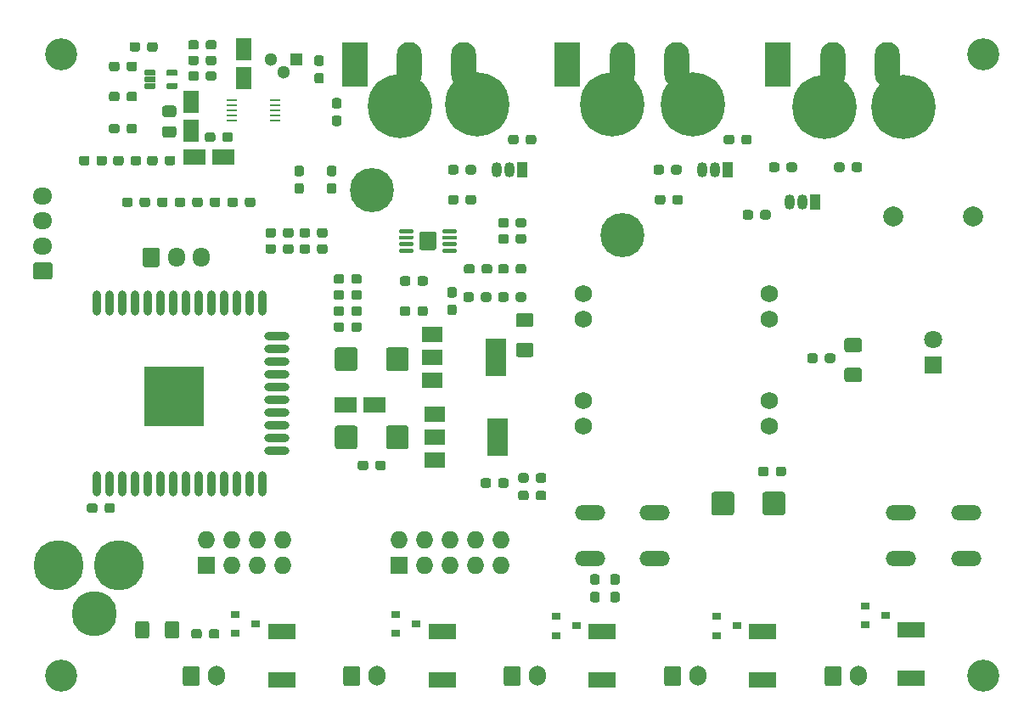
<source format=gbr>
G04 #@! TF.GenerationSoftware,KiCad,Pcbnew,5.1.9-73d0e3b20d~88~ubuntu20.04.1*
G04 #@! TF.CreationDate,2021-03-04T19:57:15+00:00*
G04 #@! TF.ProjectId,dc_load_unit,64635f6c-6f61-4645-9f75-6e69742e6b69,1.2*
G04 #@! TF.SameCoordinates,Original*
G04 #@! TF.FileFunction,Soldermask,Top*
G04 #@! TF.FilePolarity,Negative*
%FSLAX46Y46*%
G04 Gerber Fmt 4.6, Leading zero omitted, Abs format (unit mm)*
G04 Created by KiCad (PCBNEW 5.1.9-73d0e3b20d~88~ubuntu20.04.1) date 2021-03-04 19:57:15*
%MOMM*%
%LPD*%
G01*
G04 APERTURE LIST*
%ADD10C,3.200000*%
%ADD11O,1.050000X1.500000*%
%ADD12R,1.050000X1.500000*%
%ADD13C,1.727200*%
%ADD14R,1.727200X1.727200*%
%ADD15O,1.727200X1.727200*%
%ADD16R,0.900000X0.800000*%
%ADD17O,1.700000X2.000000*%
%ADD18R,6.000000X6.000000*%
%ADD19O,0.900000X2.500000*%
%ADD20O,2.500000X0.900000*%
%ADD21R,2.700000X1.500000*%
%ADD22C,1.800000*%
%ADD23R,1.800000X1.800000*%
%ADD24O,2.500000X4.500000*%
%ADD25R,2.500000X4.500000*%
%ADD26O,3.014980X1.506220*%
%ADD27R,2.000000X1.500000*%
%ADD28R,2.000000X3.800000*%
%ADD29R,1.100000X0.250000*%
%ADD30R,1.300000X1.300000*%
%ADD31C,1.300000*%
%ADD32C,0.700000*%
%ADD33C,4.400000*%
%ADD34C,0.800000*%
%ADD35C,6.400000*%
%ADD36C,4.500000*%
%ADD37C,5.000000*%
%ADD38R,2.200000X1.500000*%
%ADD39R,1.500000X2.200000*%
%ADD40O,1.700000X1.950000*%
%ADD41O,1.950000X1.700000*%
%ADD42C,2.000000*%
G04 APERTURE END LIST*
D10*
X104000000Y-65000000D03*
X104000000Y-127000000D03*
X196000000Y-127000000D03*
X196000000Y-65000000D03*
D11*
X148730000Y-76500000D03*
X147460000Y-76500000D03*
D12*
X150000000Y-76500000D03*
D13*
X174635000Y-102047500D03*
X174635000Y-99507500D03*
X174635000Y-91379500D03*
X174635000Y-88839500D03*
X156093000Y-102047500D03*
X156093000Y-99507500D03*
X156093000Y-91379500D03*
X156093000Y-88839500D03*
D14*
X118500000Y-116000000D03*
D15*
X118500000Y-113460000D03*
X121040000Y-116000000D03*
X121040000Y-113460000D03*
X123580000Y-116000000D03*
X123580000Y-113460000D03*
X126120000Y-116000000D03*
X126120000Y-113460000D03*
D16*
X186200000Y-120950000D03*
X184200000Y-121900000D03*
X184200000Y-120000000D03*
X171400000Y-122000000D03*
X169400000Y-122950000D03*
X169400000Y-121050000D03*
X155400000Y-122000000D03*
X153400000Y-122950000D03*
X153400000Y-121050000D03*
X139400000Y-121800000D03*
X137400000Y-122750000D03*
X137400000Y-120850000D03*
X123400000Y-121800000D03*
X121400000Y-122750000D03*
X121400000Y-120850000D03*
D17*
X151500000Y-127000000D03*
G36*
G01*
X148150000Y-127750000D02*
X148150000Y-126250000D01*
G75*
G02*
X148400000Y-126000000I250000J0D01*
G01*
X149600000Y-126000000D01*
G75*
G02*
X149850000Y-126250000I0J-250000D01*
G01*
X149850000Y-127750000D01*
G75*
G02*
X149600000Y-128000000I-250000J0D01*
G01*
X148400000Y-128000000D01*
G75*
G02*
X148150000Y-127750000I0J250000D01*
G01*
G37*
G36*
G01*
X157012500Y-118600000D02*
X157487500Y-118600000D01*
G75*
G02*
X157725000Y-118837500I0J-237500D01*
G01*
X157725000Y-119412500D01*
G75*
G02*
X157487500Y-119650000I-237500J0D01*
G01*
X157012500Y-119650000D01*
G75*
G02*
X156775000Y-119412500I0J237500D01*
G01*
X156775000Y-118837500D01*
G75*
G02*
X157012500Y-118600000I237500J0D01*
G01*
G37*
G36*
G01*
X157012500Y-116850000D02*
X157487500Y-116850000D01*
G75*
G02*
X157725000Y-117087500I0J-237500D01*
G01*
X157725000Y-117662500D01*
G75*
G02*
X157487500Y-117900000I-237500J0D01*
G01*
X157012500Y-117900000D01*
G75*
G02*
X156775000Y-117662500I0J237500D01*
G01*
X156775000Y-117087500D01*
G75*
G02*
X157012500Y-116850000I237500J0D01*
G01*
G37*
D18*
X115250000Y-99100000D03*
D19*
X107550000Y-107800000D03*
X108820000Y-107800000D03*
X110090000Y-107800000D03*
X111360000Y-107800000D03*
X112630000Y-107800000D03*
X113900000Y-107800000D03*
X115170000Y-107800000D03*
X116440000Y-107800000D03*
X117710000Y-107800000D03*
X118980000Y-107800000D03*
X120250000Y-107800000D03*
X121520000Y-107800000D03*
X122790000Y-107800000D03*
X124060000Y-107800000D03*
D20*
X125550000Y-104515000D03*
X125550000Y-103245000D03*
X125550000Y-101975000D03*
X125550000Y-100705000D03*
X125550000Y-99435000D03*
X125550000Y-98165000D03*
X125550000Y-96895000D03*
X125550000Y-95625000D03*
X125550000Y-94355000D03*
X125550000Y-93085000D03*
D19*
X124060000Y-89800000D03*
X122790000Y-89800000D03*
X121520000Y-89800000D03*
X120250000Y-89800000D03*
X118980000Y-89800000D03*
X117710000Y-89800000D03*
X116440000Y-89800000D03*
X115170000Y-89800000D03*
X113900000Y-89800000D03*
X112630000Y-89800000D03*
X111360000Y-89800000D03*
X110090000Y-89800000D03*
X108820000Y-89800000D03*
X107550000Y-89800000D03*
G36*
G01*
X114375000Y-123025000D02*
X114375000Y-121775000D01*
G75*
G02*
X114625000Y-121525000I250000J0D01*
G01*
X115550000Y-121525000D01*
G75*
G02*
X115800000Y-121775000I0J-250000D01*
G01*
X115800000Y-123025000D01*
G75*
G02*
X115550000Y-123275000I-250000J0D01*
G01*
X114625000Y-123275000D01*
G75*
G02*
X114375000Y-123025000I0J250000D01*
G01*
G37*
G36*
G01*
X111400000Y-123025000D02*
X111400000Y-121775000D01*
G75*
G02*
X111650000Y-121525000I250000J0D01*
G01*
X112575000Y-121525000D01*
G75*
G02*
X112825000Y-121775000I0J-250000D01*
G01*
X112825000Y-123025000D01*
G75*
G02*
X112575000Y-123275000I-250000J0D01*
G01*
X111650000Y-123275000D01*
G75*
G02*
X111400000Y-123025000I0J250000D01*
G01*
G37*
G36*
G01*
X118750000Y-123037500D02*
X118750000Y-122562500D01*
G75*
G02*
X118987500Y-122325000I237500J0D01*
G01*
X119562500Y-122325000D01*
G75*
G02*
X119800000Y-122562500I0J-237500D01*
G01*
X119800000Y-123037500D01*
G75*
G02*
X119562500Y-123275000I-237500J0D01*
G01*
X118987500Y-123275000D01*
G75*
G02*
X118750000Y-123037500I0J237500D01*
G01*
G37*
G36*
G01*
X117000000Y-123037500D02*
X117000000Y-122562500D01*
G75*
G02*
X117237500Y-122325000I237500J0D01*
G01*
X117812500Y-122325000D01*
G75*
G02*
X118050000Y-122562500I0J-237500D01*
G01*
X118050000Y-123037500D01*
G75*
G02*
X117812500Y-123275000I-237500J0D01*
G01*
X117237500Y-123275000D01*
G75*
G02*
X117000000Y-123037500I0J237500D01*
G01*
G37*
G36*
G01*
X149625000Y-93762500D02*
X150875000Y-93762500D01*
G75*
G02*
X151125000Y-94012500I0J-250000D01*
G01*
X151125000Y-94937500D01*
G75*
G02*
X150875000Y-95187500I-250000J0D01*
G01*
X149625000Y-95187500D01*
G75*
G02*
X149375000Y-94937500I0J250000D01*
G01*
X149375000Y-94012500D01*
G75*
G02*
X149625000Y-93762500I250000J0D01*
G01*
G37*
G36*
G01*
X149625000Y-90787500D02*
X150875000Y-90787500D01*
G75*
G02*
X151125000Y-91037500I0J-250000D01*
G01*
X151125000Y-91962500D01*
G75*
G02*
X150875000Y-92212500I-250000J0D01*
G01*
X149625000Y-92212500D01*
G75*
G02*
X149375000Y-91962500I0J250000D01*
G01*
X149375000Y-91037500D01*
G75*
G02*
X149625000Y-90787500I250000J0D01*
G01*
G37*
G36*
G01*
X142762500Y-89950000D02*
X143237500Y-89950000D01*
G75*
G02*
X143475000Y-90187500I0J-237500D01*
G01*
X143475000Y-90762500D01*
G75*
G02*
X143237500Y-91000000I-237500J0D01*
G01*
X142762500Y-91000000D01*
G75*
G02*
X142525000Y-90762500I0J237500D01*
G01*
X142525000Y-90187500D01*
G75*
G02*
X142762500Y-89950000I237500J0D01*
G01*
G37*
G36*
G01*
X142762500Y-88200000D02*
X143237500Y-88200000D01*
G75*
G02*
X143475000Y-88437500I0J-237500D01*
G01*
X143475000Y-89012500D01*
G75*
G02*
X143237500Y-89250000I-237500J0D01*
G01*
X142762500Y-89250000D01*
G75*
G02*
X142525000Y-89012500I0J237500D01*
G01*
X142525000Y-88437500D01*
G75*
G02*
X142762500Y-88200000I237500J0D01*
G01*
G37*
G36*
G01*
X107650000Y-110012500D02*
X107650000Y-110487500D01*
G75*
G02*
X107412500Y-110725000I-237500J0D01*
G01*
X106837500Y-110725000D01*
G75*
G02*
X106600000Y-110487500I0J237500D01*
G01*
X106600000Y-110012500D01*
G75*
G02*
X106837500Y-109775000I237500J0D01*
G01*
X107412500Y-109775000D01*
G75*
G02*
X107650000Y-110012500I0J-237500D01*
G01*
G37*
G36*
G01*
X109400000Y-110012500D02*
X109400000Y-110487500D01*
G75*
G02*
X109162500Y-110725000I-237500J0D01*
G01*
X108587500Y-110725000D01*
G75*
G02*
X108350000Y-110487500I0J237500D01*
G01*
X108350000Y-110012500D01*
G75*
G02*
X108587500Y-109775000I237500J0D01*
G01*
X109162500Y-109775000D01*
G75*
G02*
X109400000Y-110012500I0J-237500D01*
G01*
G37*
G36*
G01*
X125450000Y-84162500D02*
X125450000Y-84637500D01*
G75*
G02*
X125212500Y-84875000I-237500J0D01*
G01*
X124637500Y-84875000D01*
G75*
G02*
X124400000Y-84637500I0J237500D01*
G01*
X124400000Y-84162500D01*
G75*
G02*
X124637500Y-83925000I237500J0D01*
G01*
X125212500Y-83925000D01*
G75*
G02*
X125450000Y-84162500I0J-237500D01*
G01*
G37*
G36*
G01*
X127200000Y-84162500D02*
X127200000Y-84637500D01*
G75*
G02*
X126962500Y-84875000I-237500J0D01*
G01*
X126387500Y-84875000D01*
G75*
G02*
X126150000Y-84637500I0J237500D01*
G01*
X126150000Y-84162500D01*
G75*
G02*
X126387500Y-83925000I237500J0D01*
G01*
X126962500Y-83925000D01*
G75*
G02*
X127200000Y-84162500I0J-237500D01*
G01*
G37*
G36*
G01*
X128850000Y-84162500D02*
X128850000Y-84637500D01*
G75*
G02*
X128612500Y-84875000I-237500J0D01*
G01*
X128037500Y-84875000D01*
G75*
G02*
X127800000Y-84637500I0J237500D01*
G01*
X127800000Y-84162500D01*
G75*
G02*
X128037500Y-83925000I237500J0D01*
G01*
X128612500Y-83925000D01*
G75*
G02*
X128850000Y-84162500I0J-237500D01*
G01*
G37*
G36*
G01*
X130600000Y-84162500D02*
X130600000Y-84637500D01*
G75*
G02*
X130362500Y-84875000I-237500J0D01*
G01*
X129787500Y-84875000D01*
G75*
G02*
X129550000Y-84637500I0J237500D01*
G01*
X129550000Y-84162500D01*
G75*
G02*
X129787500Y-83925000I237500J0D01*
G01*
X130362500Y-83925000D01*
G75*
G02*
X130600000Y-84162500I0J-237500D01*
G01*
G37*
G36*
G01*
X119400000Y-73012500D02*
X119400000Y-73487500D01*
G75*
G02*
X119162500Y-73725000I-237500J0D01*
G01*
X118587500Y-73725000D01*
G75*
G02*
X118350000Y-73487500I0J237500D01*
G01*
X118350000Y-73012500D01*
G75*
G02*
X118587500Y-72775000I237500J0D01*
G01*
X119162500Y-72775000D01*
G75*
G02*
X119400000Y-73012500I0J-237500D01*
G01*
G37*
G36*
G01*
X121150000Y-73012500D02*
X121150000Y-73487500D01*
G75*
G02*
X120912500Y-73725000I-237500J0D01*
G01*
X120337500Y-73725000D01*
G75*
G02*
X120100000Y-73487500I0J237500D01*
G01*
X120100000Y-73012500D01*
G75*
G02*
X120337500Y-72775000I237500J0D01*
G01*
X120912500Y-72775000D01*
G75*
G02*
X121150000Y-73012500I0J-237500D01*
G01*
G37*
G36*
G01*
X131737500Y-70400000D02*
X131262500Y-70400000D01*
G75*
G02*
X131025000Y-70162500I0J237500D01*
G01*
X131025000Y-69587500D01*
G75*
G02*
X131262500Y-69350000I237500J0D01*
G01*
X131737500Y-69350000D01*
G75*
G02*
X131975000Y-69587500I0J-237500D01*
G01*
X131975000Y-70162500D01*
G75*
G02*
X131737500Y-70400000I-237500J0D01*
G01*
G37*
G36*
G01*
X131737500Y-72150000D02*
X131262500Y-72150000D01*
G75*
G02*
X131025000Y-71912500I0J237500D01*
G01*
X131025000Y-71337500D01*
G75*
G02*
X131262500Y-71100000I237500J0D01*
G01*
X131737500Y-71100000D01*
G75*
G02*
X131975000Y-71337500I0J-237500D01*
G01*
X131975000Y-71912500D01*
G75*
G02*
X131737500Y-72150000I-237500J0D01*
G01*
G37*
G36*
G01*
X129987500Y-66150000D02*
X129512500Y-66150000D01*
G75*
G02*
X129275000Y-65912500I0J237500D01*
G01*
X129275000Y-65337500D01*
G75*
G02*
X129512500Y-65100000I237500J0D01*
G01*
X129987500Y-65100000D01*
G75*
G02*
X130225000Y-65337500I0J-237500D01*
G01*
X130225000Y-65912500D01*
G75*
G02*
X129987500Y-66150000I-237500J0D01*
G01*
G37*
G36*
G01*
X129987500Y-67900000D02*
X129512500Y-67900000D01*
G75*
G02*
X129275000Y-67662500I0J237500D01*
G01*
X129275000Y-67087500D01*
G75*
G02*
X129512500Y-66850000I237500J0D01*
G01*
X129987500Y-66850000D01*
G75*
G02*
X130225000Y-67087500I0J-237500D01*
G01*
X130225000Y-67662500D01*
G75*
G02*
X129987500Y-67900000I-237500J0D01*
G01*
G37*
D21*
X126000000Y-122600000D03*
X126000000Y-127400000D03*
X142000000Y-122600000D03*
X142000000Y-127400000D03*
G36*
G01*
X183625000Y-94712500D02*
X182375000Y-94712500D01*
G75*
G02*
X182125000Y-94462500I0J250000D01*
G01*
X182125000Y-93537500D01*
G75*
G02*
X182375000Y-93287500I250000J0D01*
G01*
X183625000Y-93287500D01*
G75*
G02*
X183875000Y-93537500I0J-250000D01*
G01*
X183875000Y-94462500D01*
G75*
G02*
X183625000Y-94712500I-250000J0D01*
G01*
G37*
G36*
G01*
X183625000Y-97687500D02*
X182375000Y-97687500D01*
G75*
G02*
X182125000Y-97437500I0J250000D01*
G01*
X182125000Y-96512500D01*
G75*
G02*
X182375000Y-96262500I250000J0D01*
G01*
X183625000Y-96262500D01*
G75*
G02*
X183875000Y-96512500I0J-250000D01*
G01*
X183875000Y-97437500D01*
G75*
G02*
X183625000Y-97687500I-250000J0D01*
G01*
G37*
X158000000Y-122600000D03*
X158000000Y-127400000D03*
X174000000Y-122600000D03*
X174000000Y-127400000D03*
X188800000Y-122400000D03*
X188800000Y-127200000D03*
D22*
X191000000Y-93460000D03*
D23*
X191000000Y-96000000D03*
D17*
X119500000Y-127000000D03*
G36*
G01*
X116150000Y-127750000D02*
X116150000Y-126250000D01*
G75*
G02*
X116400000Y-126000000I250000J0D01*
G01*
X117600000Y-126000000D01*
G75*
G02*
X117850000Y-126250000I0J-250000D01*
G01*
X117850000Y-127750000D01*
G75*
G02*
X117600000Y-128000000I-250000J0D01*
G01*
X116400000Y-128000000D01*
G75*
G02*
X116150000Y-127750000I0J250000D01*
G01*
G37*
X135500000Y-127000000D03*
G36*
G01*
X132150000Y-127750000D02*
X132150000Y-126250000D01*
G75*
G02*
X132400000Y-126000000I250000J0D01*
G01*
X133600000Y-126000000D01*
G75*
G02*
X133850000Y-126250000I0J-250000D01*
G01*
X133850000Y-127750000D01*
G75*
G02*
X133600000Y-128000000I-250000J0D01*
G01*
X132400000Y-128000000D01*
G75*
G02*
X132150000Y-127750000I0J250000D01*
G01*
G37*
X167500000Y-127000000D03*
G36*
G01*
X164150000Y-127750000D02*
X164150000Y-126250000D01*
G75*
G02*
X164400000Y-126000000I250000J0D01*
G01*
X165600000Y-126000000D01*
G75*
G02*
X165850000Y-126250000I0J-250000D01*
G01*
X165850000Y-127750000D01*
G75*
G02*
X165600000Y-128000000I-250000J0D01*
G01*
X164400000Y-128000000D01*
G75*
G02*
X164150000Y-127750000I0J250000D01*
G01*
G37*
X183500000Y-127000000D03*
G36*
G01*
X180150000Y-127750000D02*
X180150000Y-126250000D01*
G75*
G02*
X180400000Y-126000000I250000J0D01*
G01*
X181600000Y-126000000D01*
G75*
G02*
X181850000Y-126250000I0J-250000D01*
G01*
X181850000Y-127750000D01*
G75*
G02*
X181600000Y-128000000I-250000J0D01*
G01*
X180400000Y-128000000D01*
G75*
G02*
X180150000Y-127750000I0J250000D01*
G01*
G37*
D24*
X144200000Y-66000000D03*
X138750000Y-66000000D03*
D25*
X133300000Y-66000000D03*
G36*
G01*
X150650000Y-108762500D02*
X150650000Y-109237500D01*
G75*
G02*
X150412500Y-109475000I-237500J0D01*
G01*
X149837500Y-109475000D01*
G75*
G02*
X149600000Y-109237500I0J237500D01*
G01*
X149600000Y-108762500D01*
G75*
G02*
X149837500Y-108525000I237500J0D01*
G01*
X150412500Y-108525000D01*
G75*
G02*
X150650000Y-108762500I0J-237500D01*
G01*
G37*
G36*
G01*
X152400000Y-108762500D02*
X152400000Y-109237500D01*
G75*
G02*
X152162500Y-109475000I-237500J0D01*
G01*
X151587500Y-109475000D01*
G75*
G02*
X151350000Y-109237500I0J237500D01*
G01*
X151350000Y-108762500D01*
G75*
G02*
X151587500Y-108525000I237500J0D01*
G01*
X152162500Y-108525000D01*
G75*
G02*
X152400000Y-108762500I0J-237500D01*
G01*
G37*
G36*
G01*
X135350000Y-106237500D02*
X135350000Y-105762500D01*
G75*
G02*
X135587500Y-105525000I237500J0D01*
G01*
X136162500Y-105525000D01*
G75*
G02*
X136400000Y-105762500I0J-237500D01*
G01*
X136400000Y-106237500D01*
G75*
G02*
X136162500Y-106475000I-237500J0D01*
G01*
X135587500Y-106475000D01*
G75*
G02*
X135350000Y-106237500I0J237500D01*
G01*
G37*
G36*
G01*
X133600000Y-106237500D02*
X133600000Y-105762500D01*
G75*
G02*
X133837500Y-105525000I237500J0D01*
G01*
X134412500Y-105525000D01*
G75*
G02*
X134650000Y-105762500I0J-237500D01*
G01*
X134650000Y-106237500D01*
G75*
G02*
X134412500Y-106475000I-237500J0D01*
G01*
X133837500Y-106475000D01*
G75*
G02*
X133600000Y-106237500I0J237500D01*
G01*
G37*
G36*
G01*
X159487500Y-117900000D02*
X159012500Y-117900000D01*
G75*
G02*
X158775000Y-117662500I0J237500D01*
G01*
X158775000Y-117087500D01*
G75*
G02*
X159012500Y-116850000I237500J0D01*
G01*
X159487500Y-116850000D01*
G75*
G02*
X159725000Y-117087500I0J-237500D01*
G01*
X159725000Y-117662500D01*
G75*
G02*
X159487500Y-117900000I-237500J0D01*
G01*
G37*
G36*
G01*
X159487500Y-119650000D02*
X159012500Y-119650000D01*
G75*
G02*
X158775000Y-119412500I0J237500D01*
G01*
X158775000Y-118837500D01*
G75*
G02*
X159012500Y-118600000I237500J0D01*
G01*
X159487500Y-118600000D01*
G75*
G02*
X159725000Y-118837500I0J-237500D01*
G01*
X159725000Y-119412500D01*
G75*
G02*
X159487500Y-119650000I-237500J0D01*
G01*
G37*
G36*
G01*
X125450000Y-82562500D02*
X125450000Y-83037500D01*
G75*
G02*
X125212500Y-83275000I-237500J0D01*
G01*
X124637500Y-83275000D01*
G75*
G02*
X124400000Y-83037500I0J237500D01*
G01*
X124400000Y-82562500D01*
G75*
G02*
X124637500Y-82325000I237500J0D01*
G01*
X125212500Y-82325000D01*
G75*
G02*
X125450000Y-82562500I0J-237500D01*
G01*
G37*
G36*
G01*
X127200000Y-82562500D02*
X127200000Y-83037500D01*
G75*
G02*
X126962500Y-83275000I-237500J0D01*
G01*
X126387500Y-83275000D01*
G75*
G02*
X126150000Y-83037500I0J237500D01*
G01*
X126150000Y-82562500D01*
G75*
G02*
X126387500Y-82325000I237500J0D01*
G01*
X126962500Y-82325000D01*
G75*
G02*
X127200000Y-82562500I0J-237500D01*
G01*
G37*
G36*
G01*
X128850000Y-82562500D02*
X128850000Y-83037500D01*
G75*
G02*
X128612500Y-83275000I-237500J0D01*
G01*
X128037500Y-83275000D01*
G75*
G02*
X127800000Y-83037500I0J237500D01*
G01*
X127800000Y-82562500D01*
G75*
G02*
X128037500Y-82325000I237500J0D01*
G01*
X128612500Y-82325000D01*
G75*
G02*
X128850000Y-82562500I0J-237500D01*
G01*
G37*
G36*
G01*
X130600000Y-82562500D02*
X130600000Y-83037500D01*
G75*
G02*
X130362500Y-83275000I-237500J0D01*
G01*
X129787500Y-83275000D01*
G75*
G02*
X129550000Y-83037500I0J237500D01*
G01*
X129550000Y-82562500D01*
G75*
G02*
X129787500Y-82325000I237500J0D01*
G01*
X130362500Y-82325000D01*
G75*
G02*
X130600000Y-82562500I0J-237500D01*
G01*
G37*
G36*
G01*
X145950000Y-86637500D02*
X145950000Y-86162500D01*
G75*
G02*
X146187500Y-85925000I237500J0D01*
G01*
X146762500Y-85925000D01*
G75*
G02*
X147000000Y-86162500I0J-237500D01*
G01*
X147000000Y-86637500D01*
G75*
G02*
X146762500Y-86875000I-237500J0D01*
G01*
X146187500Y-86875000D01*
G75*
G02*
X145950000Y-86637500I0J237500D01*
G01*
G37*
G36*
G01*
X144200000Y-86637500D02*
X144200000Y-86162500D01*
G75*
G02*
X144437500Y-85925000I237500J0D01*
G01*
X145012500Y-85925000D01*
G75*
G02*
X145250000Y-86162500I0J-237500D01*
G01*
X145250000Y-86637500D01*
G75*
G02*
X145012500Y-86875000I-237500J0D01*
G01*
X144437500Y-86875000D01*
G75*
G02*
X144200000Y-86637500I0J237500D01*
G01*
G37*
G36*
G01*
X149350000Y-86637500D02*
X149350000Y-86162500D01*
G75*
G02*
X149587500Y-85925000I237500J0D01*
G01*
X150162500Y-85925000D01*
G75*
G02*
X150400000Y-86162500I0J-237500D01*
G01*
X150400000Y-86637500D01*
G75*
G02*
X150162500Y-86875000I-237500J0D01*
G01*
X149587500Y-86875000D01*
G75*
G02*
X149350000Y-86637500I0J237500D01*
G01*
G37*
G36*
G01*
X147600000Y-86637500D02*
X147600000Y-86162500D01*
G75*
G02*
X147837500Y-85925000I237500J0D01*
G01*
X148412500Y-85925000D01*
G75*
G02*
X148650000Y-86162500I0J-237500D01*
G01*
X148650000Y-86637500D01*
G75*
G02*
X148412500Y-86875000I-237500J0D01*
G01*
X147837500Y-86875000D01*
G75*
G02*
X147600000Y-86637500I0J237500D01*
G01*
G37*
G36*
G01*
X179475000Y-95062500D02*
X179475000Y-95537500D01*
G75*
G02*
X179237500Y-95775000I-237500J0D01*
G01*
X178662500Y-95775000D01*
G75*
G02*
X178425000Y-95537500I0J237500D01*
G01*
X178425000Y-95062500D01*
G75*
G02*
X178662500Y-94825000I237500J0D01*
G01*
X179237500Y-94825000D01*
G75*
G02*
X179475000Y-95062500I0J-237500D01*
G01*
G37*
G36*
G01*
X181225000Y-95062500D02*
X181225000Y-95537500D01*
G75*
G02*
X180987500Y-95775000I-237500J0D01*
G01*
X180412500Y-95775000D01*
G75*
G02*
X180175000Y-95537500I0J237500D01*
G01*
X180175000Y-95062500D01*
G75*
G02*
X180412500Y-94825000I237500J0D01*
G01*
X180987500Y-94825000D01*
G75*
G02*
X181225000Y-95062500I0J-237500D01*
G01*
G37*
G36*
G01*
X132950000Y-89237500D02*
X132950000Y-88762500D01*
G75*
G02*
X133187500Y-88525000I237500J0D01*
G01*
X133762500Y-88525000D01*
G75*
G02*
X134000000Y-88762500I0J-237500D01*
G01*
X134000000Y-89237500D01*
G75*
G02*
X133762500Y-89475000I-237500J0D01*
G01*
X133187500Y-89475000D01*
G75*
G02*
X132950000Y-89237500I0J237500D01*
G01*
G37*
G36*
G01*
X131200000Y-89237500D02*
X131200000Y-88762500D01*
G75*
G02*
X131437500Y-88525000I237500J0D01*
G01*
X132012500Y-88525000D01*
G75*
G02*
X132250000Y-88762500I0J-237500D01*
G01*
X132250000Y-89237500D01*
G75*
G02*
X132012500Y-89475000I-237500J0D01*
G01*
X131437500Y-89475000D01*
G75*
G02*
X131200000Y-89237500I0J237500D01*
G01*
G37*
G36*
G01*
X132250000Y-87162500D02*
X132250000Y-87637500D01*
G75*
G02*
X132012500Y-87875000I-237500J0D01*
G01*
X131437500Y-87875000D01*
G75*
G02*
X131200000Y-87637500I0J237500D01*
G01*
X131200000Y-87162500D01*
G75*
G02*
X131437500Y-86925000I237500J0D01*
G01*
X132012500Y-86925000D01*
G75*
G02*
X132250000Y-87162500I0J-237500D01*
G01*
G37*
G36*
G01*
X134000000Y-87162500D02*
X134000000Y-87637500D01*
G75*
G02*
X133762500Y-87875000I-237500J0D01*
G01*
X133187500Y-87875000D01*
G75*
G02*
X132950000Y-87637500I0J237500D01*
G01*
X132950000Y-87162500D01*
G75*
G02*
X133187500Y-86925000I237500J0D01*
G01*
X133762500Y-86925000D01*
G75*
G02*
X134000000Y-87162500I0J-237500D01*
G01*
G37*
G36*
G01*
X118850000Y-79987500D02*
X118850000Y-79512500D01*
G75*
G02*
X119087500Y-79275000I237500J0D01*
G01*
X119662500Y-79275000D01*
G75*
G02*
X119900000Y-79512500I0J-237500D01*
G01*
X119900000Y-79987500D01*
G75*
G02*
X119662500Y-80225000I-237500J0D01*
G01*
X119087500Y-80225000D01*
G75*
G02*
X118850000Y-79987500I0J237500D01*
G01*
G37*
G36*
G01*
X117100000Y-79987500D02*
X117100000Y-79512500D01*
G75*
G02*
X117337500Y-79275000I237500J0D01*
G01*
X117912500Y-79275000D01*
G75*
G02*
X118150000Y-79512500I0J-237500D01*
G01*
X118150000Y-79987500D01*
G75*
G02*
X117912500Y-80225000I-237500J0D01*
G01*
X117337500Y-80225000D01*
G75*
G02*
X117100000Y-79987500I0J237500D01*
G01*
G37*
G36*
G01*
X122350000Y-79987500D02*
X122350000Y-79512500D01*
G75*
G02*
X122587500Y-79275000I237500J0D01*
G01*
X123162500Y-79275000D01*
G75*
G02*
X123400000Y-79512500I0J-237500D01*
G01*
X123400000Y-79987500D01*
G75*
G02*
X123162500Y-80225000I-237500J0D01*
G01*
X122587500Y-80225000D01*
G75*
G02*
X122350000Y-79987500I0J237500D01*
G01*
G37*
G36*
G01*
X120600000Y-79987500D02*
X120600000Y-79512500D01*
G75*
G02*
X120837500Y-79275000I237500J0D01*
G01*
X121412500Y-79275000D01*
G75*
G02*
X121650000Y-79512500I0J-237500D01*
G01*
X121650000Y-79987500D01*
G75*
G02*
X121412500Y-80225000I-237500J0D01*
G01*
X120837500Y-80225000D01*
G75*
G02*
X120600000Y-79987500I0J237500D01*
G01*
G37*
G36*
G01*
X127512500Y-77850000D02*
X127987500Y-77850000D01*
G75*
G02*
X128225000Y-78087500I0J-237500D01*
G01*
X128225000Y-78662500D01*
G75*
G02*
X127987500Y-78900000I-237500J0D01*
G01*
X127512500Y-78900000D01*
G75*
G02*
X127275000Y-78662500I0J237500D01*
G01*
X127275000Y-78087500D01*
G75*
G02*
X127512500Y-77850000I237500J0D01*
G01*
G37*
G36*
G01*
X127512500Y-76100000D02*
X127987500Y-76100000D01*
G75*
G02*
X128225000Y-76337500I0J-237500D01*
G01*
X128225000Y-76912500D01*
G75*
G02*
X127987500Y-77150000I-237500J0D01*
G01*
X127512500Y-77150000D01*
G75*
G02*
X127275000Y-76912500I0J237500D01*
G01*
X127275000Y-76337500D01*
G75*
G02*
X127512500Y-76100000I237500J0D01*
G01*
G37*
G36*
G01*
X130762500Y-77850000D02*
X131237500Y-77850000D01*
G75*
G02*
X131475000Y-78087500I0J-237500D01*
G01*
X131475000Y-78662500D01*
G75*
G02*
X131237500Y-78900000I-237500J0D01*
G01*
X130762500Y-78900000D01*
G75*
G02*
X130525000Y-78662500I0J237500D01*
G01*
X130525000Y-78087500D01*
G75*
G02*
X130762500Y-77850000I237500J0D01*
G01*
G37*
G36*
G01*
X130762500Y-76100000D02*
X131237500Y-76100000D01*
G75*
G02*
X131475000Y-76337500I0J-237500D01*
G01*
X131475000Y-76912500D01*
G75*
G02*
X131237500Y-77150000I-237500J0D01*
G01*
X130762500Y-77150000D01*
G75*
G02*
X130525000Y-76912500I0J237500D01*
G01*
X130525000Y-76337500D01*
G75*
G02*
X130762500Y-76100000I237500J0D01*
G01*
G37*
D26*
X163248660Y-115247900D03*
X156751340Y-115247900D03*
X163248660Y-110752100D03*
X156751340Y-110752100D03*
X187751340Y-110752100D03*
X194248660Y-110752100D03*
X187751340Y-115247900D03*
X194248660Y-115247900D03*
D27*
X141050000Y-92900000D03*
X141050000Y-97500000D03*
X141050000Y-95200000D03*
D28*
X147350000Y-95200000D03*
D27*
X141250000Y-100900000D03*
X141250000Y-105500000D03*
X141250000Y-103200000D03*
D28*
X147550000Y-103200000D03*
D29*
X121050000Y-71600000D03*
X121050000Y-71100000D03*
X121050000Y-70600000D03*
X121050000Y-70100000D03*
X121050000Y-69600000D03*
X125350000Y-69600000D03*
X125350000Y-70100000D03*
X125350000Y-70600000D03*
X125350000Y-71100000D03*
X125350000Y-71600000D03*
D30*
X127500000Y-65500000D03*
D31*
X124960000Y-65500000D03*
X126230000Y-66770000D03*
D32*
X161166726Y-81833274D03*
X160000000Y-81350000D03*
X158833274Y-81833274D03*
X158350000Y-83000000D03*
X158833274Y-84166726D03*
X160000000Y-84650000D03*
X161166726Y-84166726D03*
X161650000Y-83000000D03*
D33*
X160000000Y-83000000D03*
D34*
X139500000Y-68500000D03*
X137802944Y-67797056D03*
X136105888Y-68500000D03*
X135402944Y-70197056D03*
X136105888Y-71894112D03*
X137802944Y-72597056D03*
X139500000Y-71894112D03*
X140202944Y-70197056D03*
D35*
X137802944Y-70197056D03*
G36*
G01*
X132250000Y-91962500D02*
X132250000Y-92437500D01*
G75*
G02*
X132012500Y-92675000I-237500J0D01*
G01*
X131437500Y-92675000D01*
G75*
G02*
X131200000Y-92437500I0J237500D01*
G01*
X131200000Y-91962500D01*
G75*
G02*
X131437500Y-91725000I237500J0D01*
G01*
X132012500Y-91725000D01*
G75*
G02*
X132250000Y-91962500I0J-237500D01*
G01*
G37*
G36*
G01*
X134000000Y-91962500D02*
X134000000Y-92437500D01*
G75*
G02*
X133762500Y-92675000I-237500J0D01*
G01*
X133187500Y-92675000D01*
G75*
G02*
X132950000Y-92437500I0J237500D01*
G01*
X132950000Y-91962500D01*
G75*
G02*
X133187500Y-91725000I237500J0D01*
G01*
X133762500Y-91725000D01*
G75*
G02*
X134000000Y-91962500I0J-237500D01*
G01*
G37*
G36*
G01*
X132250000Y-90362500D02*
X132250000Y-90837500D01*
G75*
G02*
X132012500Y-91075000I-237500J0D01*
G01*
X131437500Y-91075000D01*
G75*
G02*
X131200000Y-90837500I0J237500D01*
G01*
X131200000Y-90362500D01*
G75*
G02*
X131437500Y-90125000I237500J0D01*
G01*
X132012500Y-90125000D01*
G75*
G02*
X132250000Y-90362500I0J-237500D01*
G01*
G37*
G36*
G01*
X134000000Y-90362500D02*
X134000000Y-90837500D01*
G75*
G02*
X133762500Y-91075000I-237500J0D01*
G01*
X133187500Y-91075000D01*
G75*
G02*
X132950000Y-90837500I0J237500D01*
G01*
X132950000Y-90362500D01*
G75*
G02*
X133187500Y-90125000I237500J0D01*
G01*
X133762500Y-90125000D01*
G75*
G02*
X134000000Y-90362500I0J-237500D01*
G01*
G37*
G36*
G01*
X110550000Y-69437500D02*
X110550000Y-68962500D01*
G75*
G02*
X110787500Y-68725000I237500J0D01*
G01*
X111362500Y-68725000D01*
G75*
G02*
X111600000Y-68962500I0J-237500D01*
G01*
X111600000Y-69437500D01*
G75*
G02*
X111362500Y-69675000I-237500J0D01*
G01*
X110787500Y-69675000D01*
G75*
G02*
X110550000Y-69437500I0J237500D01*
G01*
G37*
G36*
G01*
X108800000Y-69437500D02*
X108800000Y-68962500D01*
G75*
G02*
X109037500Y-68725000I237500J0D01*
G01*
X109612500Y-68725000D01*
G75*
G02*
X109850000Y-68962500I0J-237500D01*
G01*
X109850000Y-69437500D01*
G75*
G02*
X109612500Y-69675000I-237500J0D01*
G01*
X109037500Y-69675000D01*
G75*
G02*
X108800000Y-69437500I0J237500D01*
G01*
G37*
G36*
G01*
X109850000Y-72162500D02*
X109850000Y-72637500D01*
G75*
G02*
X109612500Y-72875000I-237500J0D01*
G01*
X109037500Y-72875000D01*
G75*
G02*
X108800000Y-72637500I0J237500D01*
G01*
X108800000Y-72162500D01*
G75*
G02*
X109037500Y-71925000I237500J0D01*
G01*
X109612500Y-71925000D01*
G75*
G02*
X109850000Y-72162500I0J-237500D01*
G01*
G37*
G36*
G01*
X111600000Y-72162500D02*
X111600000Y-72637500D01*
G75*
G02*
X111362500Y-72875000I-237500J0D01*
G01*
X110787500Y-72875000D01*
G75*
G02*
X110550000Y-72637500I0J237500D01*
G01*
X110550000Y-72162500D01*
G75*
G02*
X110787500Y-71925000I237500J0D01*
G01*
X111362500Y-71925000D01*
G75*
G02*
X111600000Y-72162500I0J-237500D01*
G01*
G37*
D36*
X107300000Y-120800000D03*
D37*
X103800000Y-116000000D03*
X109800000Y-116000000D03*
G36*
G01*
X150650000Y-107012500D02*
X150650000Y-107487500D01*
G75*
G02*
X150412500Y-107725000I-237500J0D01*
G01*
X149837500Y-107725000D01*
G75*
G02*
X149600000Y-107487500I0J237500D01*
G01*
X149600000Y-107012500D01*
G75*
G02*
X149837500Y-106775000I237500J0D01*
G01*
X150412500Y-106775000D01*
G75*
G02*
X150650000Y-107012500I0J-237500D01*
G01*
G37*
G36*
G01*
X152400000Y-107012500D02*
X152400000Y-107487500D01*
G75*
G02*
X152162500Y-107725000I-237500J0D01*
G01*
X151587500Y-107725000D01*
G75*
G02*
X151350000Y-107487500I0J237500D01*
G01*
X151350000Y-107012500D01*
G75*
G02*
X151587500Y-106775000I237500J0D01*
G01*
X152162500Y-106775000D01*
G75*
G02*
X152400000Y-107012500I0J-237500D01*
G01*
G37*
G36*
G01*
X175275000Y-106837500D02*
X175275000Y-106362500D01*
G75*
G02*
X175512500Y-106125000I237500J0D01*
G01*
X176087500Y-106125000D01*
G75*
G02*
X176325000Y-106362500I0J-237500D01*
G01*
X176325000Y-106837500D01*
G75*
G02*
X176087500Y-107075000I-237500J0D01*
G01*
X175512500Y-107075000D01*
G75*
G02*
X175275000Y-106837500I0J237500D01*
G01*
G37*
G36*
G01*
X173525000Y-106837500D02*
X173525000Y-106362500D01*
G75*
G02*
X173762500Y-106125000I237500J0D01*
G01*
X174337500Y-106125000D01*
G75*
G02*
X174575000Y-106362500I0J-237500D01*
G01*
X174575000Y-106837500D01*
G75*
G02*
X174337500Y-107075000I-237500J0D01*
G01*
X173762500Y-107075000D01*
G75*
G02*
X173525000Y-106837500I0J237500D01*
G01*
G37*
G36*
G01*
X147600000Y-107987500D02*
X147600000Y-107512500D01*
G75*
G02*
X147837500Y-107275000I237500J0D01*
G01*
X148412500Y-107275000D01*
G75*
G02*
X148650000Y-107512500I0J-237500D01*
G01*
X148650000Y-107987500D01*
G75*
G02*
X148412500Y-108225000I-237500J0D01*
G01*
X147837500Y-108225000D01*
G75*
G02*
X147600000Y-107987500I0J237500D01*
G01*
G37*
G36*
G01*
X145850000Y-107987500D02*
X145850000Y-107512500D01*
G75*
G02*
X146087500Y-107275000I237500J0D01*
G01*
X146662500Y-107275000D01*
G75*
G02*
X146900000Y-107512500I0J-237500D01*
G01*
X146900000Y-107987500D01*
G75*
G02*
X146662500Y-108225000I-237500J0D01*
G01*
X146087500Y-108225000D01*
G75*
G02*
X145850000Y-107987500I0J237500D01*
G01*
G37*
G36*
G01*
X139150000Y-84475000D02*
X139150000Y-84675000D01*
G75*
G02*
X139050000Y-84775000I-100000J0D01*
G01*
X137825000Y-84775000D01*
G75*
G02*
X137725000Y-84675000I0J100000D01*
G01*
X137725000Y-84475000D01*
G75*
G02*
X137825000Y-84375000I100000J0D01*
G01*
X139050000Y-84375000D01*
G75*
G02*
X139150000Y-84475000I0J-100000D01*
G01*
G37*
G36*
G01*
X139150000Y-83825000D02*
X139150000Y-84025000D01*
G75*
G02*
X139050000Y-84125000I-100000J0D01*
G01*
X137825000Y-84125000D01*
G75*
G02*
X137725000Y-84025000I0J100000D01*
G01*
X137725000Y-83825000D01*
G75*
G02*
X137825000Y-83725000I100000J0D01*
G01*
X139050000Y-83725000D01*
G75*
G02*
X139150000Y-83825000I0J-100000D01*
G01*
G37*
G36*
G01*
X139150000Y-83175000D02*
X139150000Y-83375000D01*
G75*
G02*
X139050000Y-83475000I-100000J0D01*
G01*
X137825000Y-83475000D01*
G75*
G02*
X137725000Y-83375000I0J100000D01*
G01*
X137725000Y-83175000D01*
G75*
G02*
X137825000Y-83075000I100000J0D01*
G01*
X139050000Y-83075000D01*
G75*
G02*
X139150000Y-83175000I0J-100000D01*
G01*
G37*
G36*
G01*
X139150000Y-82525000D02*
X139150000Y-82725000D01*
G75*
G02*
X139050000Y-82825000I-100000J0D01*
G01*
X137825000Y-82825000D01*
G75*
G02*
X137725000Y-82725000I0J100000D01*
G01*
X137725000Y-82525000D01*
G75*
G02*
X137825000Y-82425000I100000J0D01*
G01*
X139050000Y-82425000D01*
G75*
G02*
X139150000Y-82525000I0J-100000D01*
G01*
G37*
G36*
G01*
X143475000Y-82525000D02*
X143475000Y-82725000D01*
G75*
G02*
X143375000Y-82825000I-100000J0D01*
G01*
X142150000Y-82825000D01*
G75*
G02*
X142050000Y-82725000I0J100000D01*
G01*
X142050000Y-82525000D01*
G75*
G02*
X142150000Y-82425000I100000J0D01*
G01*
X143375000Y-82425000D01*
G75*
G02*
X143475000Y-82525000I0J-100000D01*
G01*
G37*
G36*
G01*
X143475000Y-83175000D02*
X143475000Y-83375000D01*
G75*
G02*
X143375000Y-83475000I-100000J0D01*
G01*
X142150000Y-83475000D01*
G75*
G02*
X142050000Y-83375000I0J100000D01*
G01*
X142050000Y-83175000D01*
G75*
G02*
X142150000Y-83075000I100000J0D01*
G01*
X143375000Y-83075000D01*
G75*
G02*
X143475000Y-83175000I0J-100000D01*
G01*
G37*
G36*
G01*
X143475000Y-83825000D02*
X143475000Y-84025000D01*
G75*
G02*
X143375000Y-84125000I-100000J0D01*
G01*
X142150000Y-84125000D01*
G75*
G02*
X142050000Y-84025000I0J100000D01*
G01*
X142050000Y-83825000D01*
G75*
G02*
X142150000Y-83725000I100000J0D01*
G01*
X143375000Y-83725000D01*
G75*
G02*
X143475000Y-83825000I0J-100000D01*
G01*
G37*
G36*
G01*
X143475000Y-84475000D02*
X143475000Y-84675000D01*
G75*
G02*
X143375000Y-84775000I-100000J0D01*
G01*
X142150000Y-84775000D01*
G75*
G02*
X142050000Y-84675000I0J100000D01*
G01*
X142050000Y-84475000D01*
G75*
G02*
X142150000Y-84375000I100000J0D01*
G01*
X143375000Y-84375000D01*
G75*
G02*
X143475000Y-84475000I0J-100000D01*
G01*
G37*
G36*
G01*
X141465000Y-82925000D02*
X141465000Y-84275000D01*
G75*
G02*
X141215000Y-84525000I-250000J0D01*
G01*
X139985000Y-84525000D01*
G75*
G02*
X139735000Y-84275000I0J250000D01*
G01*
X139735000Y-82925000D01*
G75*
G02*
X139985000Y-82675000I250000J0D01*
G01*
X141215000Y-82675000D01*
G75*
G02*
X141465000Y-82925000I0J-250000D01*
G01*
G37*
G36*
G01*
X133575000Y-94474999D02*
X133575000Y-96325001D01*
G75*
G02*
X133325001Y-96575000I-249999J0D01*
G01*
X131574999Y-96575000D01*
G75*
G02*
X131325000Y-96325001I0J249999D01*
G01*
X131325000Y-94474999D01*
G75*
G02*
X131574999Y-94225000I249999J0D01*
G01*
X133325001Y-94225000D01*
G75*
G02*
X133575000Y-94474999I0J-249999D01*
G01*
G37*
G36*
G01*
X138675000Y-94474999D02*
X138675000Y-96325001D01*
G75*
G02*
X138425001Y-96575000I-249999J0D01*
G01*
X136674999Y-96575000D01*
G75*
G02*
X136425000Y-96325001I0J249999D01*
G01*
X136425000Y-94474999D01*
G75*
G02*
X136674999Y-94225000I249999J0D01*
G01*
X138425001Y-94225000D01*
G75*
G02*
X138675000Y-94474999I0J-249999D01*
G01*
G37*
G36*
G01*
X171125000Y-108874999D02*
X171125000Y-110725001D01*
G75*
G02*
X170875001Y-110975000I-249999J0D01*
G01*
X169124999Y-110975000D01*
G75*
G02*
X168875000Y-110725001I0J249999D01*
G01*
X168875000Y-108874999D01*
G75*
G02*
X169124999Y-108625000I249999J0D01*
G01*
X170875001Y-108625000D01*
G75*
G02*
X171125000Y-108874999I0J-249999D01*
G01*
G37*
G36*
G01*
X176225000Y-108874999D02*
X176225000Y-110725001D01*
G75*
G02*
X175975001Y-110975000I-249999J0D01*
G01*
X174224999Y-110975000D01*
G75*
G02*
X173975000Y-110725001I0J249999D01*
G01*
X173975000Y-108874999D01*
G75*
G02*
X174224999Y-108625000I249999J0D01*
G01*
X175975001Y-108625000D01*
G75*
G02*
X176225000Y-108874999I0J-249999D01*
G01*
G37*
G36*
G01*
X133575000Y-102274999D02*
X133575000Y-104125001D01*
G75*
G02*
X133325001Y-104375000I-249999J0D01*
G01*
X131574999Y-104375000D01*
G75*
G02*
X131325000Y-104125001I0J249999D01*
G01*
X131325000Y-102274999D01*
G75*
G02*
X131574999Y-102025000I249999J0D01*
G01*
X133325001Y-102025000D01*
G75*
G02*
X133575000Y-102274999I0J-249999D01*
G01*
G37*
G36*
G01*
X138675000Y-102274999D02*
X138675000Y-104125001D01*
G75*
G02*
X138425001Y-104375000I-249999J0D01*
G01*
X136674999Y-104375000D01*
G75*
G02*
X136425000Y-104125001I0J249999D01*
G01*
X136425000Y-102274999D01*
G75*
G02*
X136674999Y-102025000I249999J0D01*
G01*
X138425001Y-102025000D01*
G75*
G02*
X138675000Y-102274999I0J-249999D01*
G01*
G37*
G36*
G01*
X113650000Y-64012500D02*
X113650000Y-64487500D01*
G75*
G02*
X113412500Y-64725000I-237500J0D01*
G01*
X112837500Y-64725000D01*
G75*
G02*
X112600000Y-64487500I0J237500D01*
G01*
X112600000Y-64012500D01*
G75*
G02*
X112837500Y-63775000I237500J0D01*
G01*
X113412500Y-63775000D01*
G75*
G02*
X113650000Y-64012500I0J-237500D01*
G01*
G37*
G36*
G01*
X111900000Y-64012500D02*
X111900000Y-64487500D01*
G75*
G02*
X111662500Y-64725000I-237500J0D01*
G01*
X111087500Y-64725000D01*
G75*
G02*
X110850000Y-64487500I0J237500D01*
G01*
X110850000Y-64012500D01*
G75*
G02*
X111087500Y-63775000I237500J0D01*
G01*
X111662500Y-63775000D01*
G75*
G02*
X111900000Y-64012500I0J-237500D01*
G01*
G37*
D38*
X135250000Y-100000000D03*
X132350000Y-100000000D03*
X120200000Y-75250000D03*
X117300000Y-75250000D03*
D39*
X122250000Y-67400000D03*
X122250000Y-64500000D03*
X117000000Y-72650000D03*
X117000000Y-69750000D03*
D40*
X118000000Y-85250000D03*
X115500000Y-85250000D03*
G36*
G01*
X112150000Y-85975000D02*
X112150000Y-84525000D01*
G75*
G02*
X112400000Y-84275000I250000J0D01*
G01*
X113600000Y-84275000D01*
G75*
G02*
X113850000Y-84525000I0J-250000D01*
G01*
X113850000Y-85975000D01*
G75*
G02*
X113600000Y-86225000I-250000J0D01*
G01*
X112400000Y-86225000D01*
G75*
G02*
X112150000Y-85975000I0J250000D01*
G01*
G37*
D14*
X137750000Y-116000000D03*
D15*
X137750000Y-113460000D03*
X140290000Y-116000000D03*
X140290000Y-113460000D03*
X142830000Y-116000000D03*
X142830000Y-113460000D03*
X145370000Y-116000000D03*
X145370000Y-113460000D03*
X147910000Y-116000000D03*
X147910000Y-113460000D03*
G36*
G01*
X144125000Y-89437500D02*
X144125000Y-88962500D01*
G75*
G02*
X144362500Y-88725000I237500J0D01*
G01*
X144937500Y-88725000D01*
G75*
G02*
X145175000Y-88962500I0J-237500D01*
G01*
X145175000Y-89437500D01*
G75*
G02*
X144937500Y-89675000I-237500J0D01*
G01*
X144362500Y-89675000D01*
G75*
G02*
X144125000Y-89437500I0J237500D01*
G01*
G37*
G36*
G01*
X145875000Y-89437500D02*
X145875000Y-88962500D01*
G75*
G02*
X146112500Y-88725000I237500J0D01*
G01*
X146687500Y-88725000D01*
G75*
G02*
X146925000Y-88962500I0J-237500D01*
G01*
X146925000Y-89437500D01*
G75*
G02*
X146687500Y-89675000I-237500J0D01*
G01*
X146112500Y-89675000D01*
G75*
G02*
X145875000Y-89437500I0J237500D01*
G01*
G37*
G36*
G01*
X147600000Y-89437500D02*
X147600000Y-88962500D01*
G75*
G02*
X147837500Y-88725000I237500J0D01*
G01*
X148412500Y-88725000D01*
G75*
G02*
X148650000Y-88962500I0J-237500D01*
G01*
X148650000Y-89437500D01*
G75*
G02*
X148412500Y-89675000I-237500J0D01*
G01*
X147837500Y-89675000D01*
G75*
G02*
X147600000Y-89437500I0J237500D01*
G01*
G37*
G36*
G01*
X149350000Y-89437500D02*
X149350000Y-88962500D01*
G75*
G02*
X149587500Y-88725000I237500J0D01*
G01*
X150162500Y-88725000D01*
G75*
G02*
X150400000Y-88962500I0J-237500D01*
G01*
X150400000Y-89437500D01*
G75*
G02*
X150162500Y-89675000I-237500J0D01*
G01*
X149587500Y-89675000D01*
G75*
G02*
X149350000Y-89437500I0J237500D01*
G01*
G37*
G36*
G01*
X149350000Y-83637500D02*
X149350000Y-83162500D01*
G75*
G02*
X149587500Y-82925000I237500J0D01*
G01*
X150162500Y-82925000D01*
G75*
G02*
X150400000Y-83162500I0J-237500D01*
G01*
X150400000Y-83637500D01*
G75*
G02*
X150162500Y-83875000I-237500J0D01*
G01*
X149587500Y-83875000D01*
G75*
G02*
X149350000Y-83637500I0J237500D01*
G01*
G37*
G36*
G01*
X147600000Y-83637500D02*
X147600000Y-83162500D01*
G75*
G02*
X147837500Y-82925000I237500J0D01*
G01*
X148412500Y-82925000D01*
G75*
G02*
X148650000Y-83162500I0J-237500D01*
G01*
X148650000Y-83637500D01*
G75*
G02*
X148412500Y-83875000I-237500J0D01*
G01*
X147837500Y-83875000D01*
G75*
G02*
X147600000Y-83637500I0J237500D01*
G01*
G37*
G36*
G01*
X149350000Y-82037500D02*
X149350000Y-81562500D01*
G75*
G02*
X149587500Y-81325000I237500J0D01*
G01*
X150162500Y-81325000D01*
G75*
G02*
X150400000Y-81562500I0J-237500D01*
G01*
X150400000Y-82037500D01*
G75*
G02*
X150162500Y-82275000I-237500J0D01*
G01*
X149587500Y-82275000D01*
G75*
G02*
X149350000Y-82037500I0J237500D01*
G01*
G37*
G36*
G01*
X147600000Y-82037500D02*
X147600000Y-81562500D01*
G75*
G02*
X147837500Y-81325000I237500J0D01*
G01*
X148412500Y-81325000D01*
G75*
G02*
X148650000Y-81562500I0J-237500D01*
G01*
X148650000Y-82037500D01*
G75*
G02*
X148412500Y-82275000I-237500J0D01*
G01*
X147837500Y-82275000D01*
G75*
G02*
X147600000Y-82037500I0J237500D01*
G01*
G37*
G36*
G01*
X139550000Y-87837500D02*
X139550000Y-87362500D01*
G75*
G02*
X139787500Y-87125000I237500J0D01*
G01*
X140362500Y-87125000D01*
G75*
G02*
X140600000Y-87362500I0J-237500D01*
G01*
X140600000Y-87837500D01*
G75*
G02*
X140362500Y-88075000I-237500J0D01*
G01*
X139787500Y-88075000D01*
G75*
G02*
X139550000Y-87837500I0J237500D01*
G01*
G37*
G36*
G01*
X137800000Y-87837500D02*
X137800000Y-87362500D01*
G75*
G02*
X138037500Y-87125000I237500J0D01*
G01*
X138612500Y-87125000D01*
G75*
G02*
X138850000Y-87362500I0J-237500D01*
G01*
X138850000Y-87837500D01*
G75*
G02*
X138612500Y-88075000I-237500J0D01*
G01*
X138037500Y-88075000D01*
G75*
G02*
X137800000Y-87837500I0J237500D01*
G01*
G37*
G36*
G01*
X137800000Y-90837500D02*
X137800000Y-90362500D01*
G75*
G02*
X138037500Y-90125000I237500J0D01*
G01*
X138612500Y-90125000D01*
G75*
G02*
X138850000Y-90362500I0J-237500D01*
G01*
X138850000Y-90837500D01*
G75*
G02*
X138612500Y-91075000I-237500J0D01*
G01*
X138037500Y-91075000D01*
G75*
G02*
X137800000Y-90837500I0J237500D01*
G01*
G37*
G36*
G01*
X139550000Y-90837500D02*
X139550000Y-90362500D01*
G75*
G02*
X139787500Y-90125000I237500J0D01*
G01*
X140362500Y-90125000D01*
G75*
G02*
X140600000Y-90362500I0J-237500D01*
G01*
X140600000Y-90837500D01*
G75*
G02*
X140362500Y-91075000I-237500J0D01*
G01*
X139787500Y-91075000D01*
G75*
G02*
X139550000Y-90837500I0J237500D01*
G01*
G37*
G36*
G01*
X109850000Y-65962500D02*
X109850000Y-66437500D01*
G75*
G02*
X109612500Y-66675000I-237500J0D01*
G01*
X109037500Y-66675000D01*
G75*
G02*
X108800000Y-66437500I0J237500D01*
G01*
X108800000Y-65962500D01*
G75*
G02*
X109037500Y-65725000I237500J0D01*
G01*
X109612500Y-65725000D01*
G75*
G02*
X109850000Y-65962500I0J-237500D01*
G01*
G37*
G36*
G01*
X111600000Y-65962500D02*
X111600000Y-66437500D01*
G75*
G02*
X111362500Y-66675000I-237500J0D01*
G01*
X110787500Y-66675000D01*
G75*
G02*
X110550000Y-66437500I0J237500D01*
G01*
X110550000Y-65962500D01*
G75*
G02*
X110787500Y-65725000I237500J0D01*
G01*
X111362500Y-65725000D01*
G75*
G02*
X111600000Y-65962500I0J-237500D01*
G01*
G37*
G36*
G01*
X115400000Y-75362500D02*
X115400000Y-75837500D01*
G75*
G02*
X115162500Y-76075000I-237500J0D01*
G01*
X114587500Y-76075000D01*
G75*
G02*
X114350000Y-75837500I0J237500D01*
G01*
X114350000Y-75362500D01*
G75*
G02*
X114587500Y-75125000I237500J0D01*
G01*
X115162500Y-75125000D01*
G75*
G02*
X115400000Y-75362500I0J-237500D01*
G01*
G37*
G36*
G01*
X113650000Y-75362500D02*
X113650000Y-75837500D01*
G75*
G02*
X113412500Y-76075000I-237500J0D01*
G01*
X112837500Y-76075000D01*
G75*
G02*
X112600000Y-75837500I0J237500D01*
G01*
X112600000Y-75362500D01*
G75*
G02*
X112837500Y-75125000I237500J0D01*
G01*
X113412500Y-75125000D01*
G75*
G02*
X113650000Y-75362500I0J-237500D01*
G01*
G37*
G36*
G01*
X106850000Y-75362500D02*
X106850000Y-75837500D01*
G75*
G02*
X106612500Y-76075000I-237500J0D01*
G01*
X106037500Y-76075000D01*
G75*
G02*
X105800000Y-75837500I0J237500D01*
G01*
X105800000Y-75362500D01*
G75*
G02*
X106037500Y-75125000I237500J0D01*
G01*
X106612500Y-75125000D01*
G75*
G02*
X106850000Y-75362500I0J-237500D01*
G01*
G37*
G36*
G01*
X108600000Y-75362500D02*
X108600000Y-75837500D01*
G75*
G02*
X108362500Y-76075000I-237500J0D01*
G01*
X107787500Y-76075000D01*
G75*
G02*
X107550000Y-75837500I0J237500D01*
G01*
X107550000Y-75362500D01*
G75*
G02*
X107787500Y-75125000I237500J0D01*
G01*
X108362500Y-75125000D01*
G75*
G02*
X108600000Y-75362500I0J-237500D01*
G01*
G37*
G36*
G01*
X112000000Y-75362500D02*
X112000000Y-75837500D01*
G75*
G02*
X111762500Y-76075000I-237500J0D01*
G01*
X111187500Y-76075000D01*
G75*
G02*
X110950000Y-75837500I0J237500D01*
G01*
X110950000Y-75362500D01*
G75*
G02*
X111187500Y-75125000I237500J0D01*
G01*
X111762500Y-75125000D01*
G75*
G02*
X112000000Y-75362500I0J-237500D01*
G01*
G37*
G36*
G01*
X110250000Y-75362500D02*
X110250000Y-75837500D01*
G75*
G02*
X110012500Y-76075000I-237500J0D01*
G01*
X109437500Y-76075000D01*
G75*
G02*
X109200000Y-75837500I0J237500D01*
G01*
X109200000Y-75362500D01*
G75*
G02*
X109437500Y-75125000I237500J0D01*
G01*
X110012500Y-75125000D01*
G75*
G02*
X110250000Y-75362500I0J-237500D01*
G01*
G37*
G36*
G01*
X116700000Y-67387500D02*
X116700000Y-66912500D01*
G75*
G02*
X116937500Y-66675000I237500J0D01*
G01*
X117512500Y-66675000D01*
G75*
G02*
X117750000Y-66912500I0J-237500D01*
G01*
X117750000Y-67387500D01*
G75*
G02*
X117512500Y-67625000I-237500J0D01*
G01*
X116937500Y-67625000D01*
G75*
G02*
X116700000Y-67387500I0J237500D01*
G01*
G37*
G36*
G01*
X118450000Y-67387500D02*
X118450000Y-66912500D01*
G75*
G02*
X118687500Y-66675000I237500J0D01*
G01*
X119262500Y-66675000D01*
G75*
G02*
X119500000Y-66912500I0J-237500D01*
G01*
X119500000Y-67387500D01*
G75*
G02*
X119262500Y-67625000I-237500J0D01*
G01*
X118687500Y-67625000D01*
G75*
G02*
X118450000Y-67387500I0J237500D01*
G01*
G37*
G36*
G01*
X114650000Y-66550000D02*
X115550000Y-66550000D01*
G75*
G02*
X115650000Y-66650000I0J-100000D01*
G01*
X115650000Y-67050000D01*
G75*
G02*
X115550000Y-67150000I-100000J0D01*
G01*
X114650000Y-67150000D01*
G75*
G02*
X114550000Y-67050000I0J100000D01*
G01*
X114550000Y-66650000D01*
G75*
G02*
X114650000Y-66550000I100000J0D01*
G01*
G37*
G36*
G01*
X114650000Y-67850000D02*
X115550000Y-67850000D01*
G75*
G02*
X115650000Y-67950000I0J-100000D01*
G01*
X115650000Y-68350000D01*
G75*
G02*
X115550000Y-68450000I-100000J0D01*
G01*
X114650000Y-68450000D01*
G75*
G02*
X114550000Y-68350000I0J100000D01*
G01*
X114550000Y-67950000D01*
G75*
G02*
X114650000Y-67850000I100000J0D01*
G01*
G37*
G36*
G01*
X112450000Y-67200000D02*
X113350000Y-67200000D01*
G75*
G02*
X113450000Y-67300000I0J-100000D01*
G01*
X113450000Y-67700000D01*
G75*
G02*
X113350000Y-67800000I-100000J0D01*
G01*
X112450000Y-67800000D01*
G75*
G02*
X112350000Y-67700000I0J100000D01*
G01*
X112350000Y-67300000D01*
G75*
G02*
X112450000Y-67200000I100000J0D01*
G01*
G37*
G36*
G01*
X112450000Y-66550000D02*
X113350000Y-66550000D01*
G75*
G02*
X113450000Y-66650000I0J-100000D01*
G01*
X113450000Y-67050000D01*
G75*
G02*
X113350000Y-67150000I-100000J0D01*
G01*
X112450000Y-67150000D01*
G75*
G02*
X112350000Y-67050000I0J100000D01*
G01*
X112350000Y-66650000D01*
G75*
G02*
X112450000Y-66550000I100000J0D01*
G01*
G37*
G36*
G01*
X112450000Y-67850000D02*
X113350000Y-67850000D01*
G75*
G02*
X113450000Y-67950000I0J-100000D01*
G01*
X113450000Y-68350000D01*
G75*
G02*
X113350000Y-68450000I-100000J0D01*
G01*
X112450000Y-68450000D01*
G75*
G02*
X112350000Y-68350000I0J100000D01*
G01*
X112350000Y-67950000D01*
G75*
G02*
X112450000Y-67850000I100000J0D01*
G01*
G37*
G36*
G01*
X114650000Y-79512500D02*
X114650000Y-79987500D01*
G75*
G02*
X114412500Y-80225000I-237500J0D01*
G01*
X113837500Y-80225000D01*
G75*
G02*
X113600000Y-79987500I0J237500D01*
G01*
X113600000Y-79512500D01*
G75*
G02*
X113837500Y-79275000I237500J0D01*
G01*
X114412500Y-79275000D01*
G75*
G02*
X114650000Y-79512500I0J-237500D01*
G01*
G37*
G36*
G01*
X116400000Y-79512500D02*
X116400000Y-79987500D01*
G75*
G02*
X116162500Y-80225000I-237500J0D01*
G01*
X115587500Y-80225000D01*
G75*
G02*
X115350000Y-79987500I0J237500D01*
G01*
X115350000Y-79512500D01*
G75*
G02*
X115587500Y-79275000I237500J0D01*
G01*
X116162500Y-79275000D01*
G75*
G02*
X116400000Y-79512500I0J-237500D01*
G01*
G37*
G36*
G01*
X110100000Y-79987500D02*
X110100000Y-79512500D01*
G75*
G02*
X110337500Y-79275000I237500J0D01*
G01*
X110912500Y-79275000D01*
G75*
G02*
X111150000Y-79512500I0J-237500D01*
G01*
X111150000Y-79987500D01*
G75*
G02*
X110912500Y-80225000I-237500J0D01*
G01*
X110337500Y-80225000D01*
G75*
G02*
X110100000Y-79987500I0J237500D01*
G01*
G37*
G36*
G01*
X111850000Y-79987500D02*
X111850000Y-79512500D01*
G75*
G02*
X112087500Y-79275000I237500J0D01*
G01*
X112662500Y-79275000D01*
G75*
G02*
X112900000Y-79512500I0J-237500D01*
G01*
X112900000Y-79987500D01*
G75*
G02*
X112662500Y-80225000I-237500J0D01*
G01*
X112087500Y-80225000D01*
G75*
G02*
X111850000Y-79987500I0J237500D01*
G01*
G37*
G36*
G01*
X102925000Y-87450000D02*
X101475000Y-87450000D01*
G75*
G02*
X101225000Y-87200000I0J250000D01*
G01*
X101225000Y-86000000D01*
G75*
G02*
X101475000Y-85750000I250000J0D01*
G01*
X102925000Y-85750000D01*
G75*
G02*
X103175000Y-86000000I0J-250000D01*
G01*
X103175000Y-87200000D01*
G75*
G02*
X102925000Y-87450000I-250000J0D01*
G01*
G37*
D41*
X102200000Y-84100000D03*
X102200000Y-81600000D03*
X102200000Y-79100000D03*
G36*
G01*
X114349999Y-70100000D02*
X115250001Y-70100000D01*
G75*
G02*
X115500000Y-70349999I0J-249999D01*
G01*
X115500000Y-71000001D01*
G75*
G02*
X115250001Y-71250000I-249999J0D01*
G01*
X114349999Y-71250000D01*
G75*
G02*
X114100000Y-71000001I0J249999D01*
G01*
X114100000Y-70349999D01*
G75*
G02*
X114349999Y-70100000I249999J0D01*
G01*
G37*
G36*
G01*
X114349999Y-72150000D02*
X115250001Y-72150000D01*
G75*
G02*
X115500000Y-72399999I0J-249999D01*
G01*
X115500000Y-73050001D01*
G75*
G02*
X115250001Y-73300000I-249999J0D01*
G01*
X114349999Y-73300000D01*
G75*
G02*
X114100000Y-73050001I0J249999D01*
G01*
X114100000Y-72399999D01*
G75*
G02*
X114349999Y-72150000I249999J0D01*
G01*
G37*
D33*
X135000000Y-78500000D03*
D32*
X136650000Y-78500000D03*
X136166726Y-79666726D03*
X135000000Y-80150000D03*
X133833274Y-79666726D03*
X133350000Y-78500000D03*
X133833274Y-77333274D03*
X135000000Y-76850000D03*
X136166726Y-77333274D03*
D35*
X167000000Y-70000000D03*
D34*
X169400000Y-70000000D03*
X168697056Y-71697056D03*
X167000000Y-72400000D03*
X165302944Y-71697056D03*
X164600000Y-70000000D03*
X165302944Y-68302944D03*
X167000000Y-67600000D03*
X168697056Y-68302944D03*
X160697056Y-68302944D03*
X159000000Y-67600000D03*
X157302944Y-68302944D03*
X156600000Y-70000000D03*
X157302944Y-71697056D03*
X159000000Y-72400000D03*
X160697056Y-71697056D03*
X161400000Y-70000000D03*
D35*
X159000000Y-70000000D03*
X145500000Y-70000000D03*
D34*
X147900000Y-70000000D03*
X147197056Y-71697056D03*
X145500000Y-72400000D03*
X143802944Y-71697056D03*
X143100000Y-70000000D03*
X143802944Y-68302944D03*
X145500000Y-67600000D03*
X147197056Y-68302944D03*
D12*
X170500000Y-76500000D03*
D11*
X167960000Y-76500000D03*
X169230000Y-76500000D03*
D25*
X154500000Y-66000000D03*
D24*
X159950000Y-66000000D03*
X165400000Y-66000000D03*
G36*
G01*
X116700000Y-65837500D02*
X116700000Y-65362500D01*
G75*
G02*
X116937500Y-65125000I237500J0D01*
G01*
X117512500Y-65125000D01*
G75*
G02*
X117750000Y-65362500I0J-237500D01*
G01*
X117750000Y-65837500D01*
G75*
G02*
X117512500Y-66075000I-237500J0D01*
G01*
X116937500Y-66075000D01*
G75*
G02*
X116700000Y-65837500I0J237500D01*
G01*
G37*
G36*
G01*
X118450000Y-65837500D02*
X118450000Y-65362500D01*
G75*
G02*
X118687500Y-65125000I237500J0D01*
G01*
X119262500Y-65125000D01*
G75*
G02*
X119500000Y-65362500I0J-237500D01*
G01*
X119500000Y-65837500D01*
G75*
G02*
X119262500Y-66075000I-237500J0D01*
G01*
X118687500Y-66075000D01*
G75*
G02*
X118450000Y-65837500I0J237500D01*
G01*
G37*
G36*
G01*
X144350000Y-79737500D02*
X144350000Y-79262500D01*
G75*
G02*
X144587500Y-79025000I237500J0D01*
G01*
X145162500Y-79025000D01*
G75*
G02*
X145400000Y-79262500I0J-237500D01*
G01*
X145400000Y-79737500D01*
G75*
G02*
X145162500Y-79975000I-237500J0D01*
G01*
X144587500Y-79975000D01*
G75*
G02*
X144350000Y-79737500I0J237500D01*
G01*
G37*
G36*
G01*
X142600000Y-79737500D02*
X142600000Y-79262500D01*
G75*
G02*
X142837500Y-79025000I237500J0D01*
G01*
X143412500Y-79025000D01*
G75*
G02*
X143650000Y-79262500I0J-237500D01*
G01*
X143650000Y-79737500D01*
G75*
G02*
X143412500Y-79975000I-237500J0D01*
G01*
X142837500Y-79975000D01*
G75*
G02*
X142600000Y-79737500I0J237500D01*
G01*
G37*
G36*
G01*
X163225000Y-79737500D02*
X163225000Y-79262500D01*
G75*
G02*
X163462500Y-79025000I237500J0D01*
G01*
X164037500Y-79025000D01*
G75*
G02*
X164275000Y-79262500I0J-237500D01*
G01*
X164275000Y-79737500D01*
G75*
G02*
X164037500Y-79975000I-237500J0D01*
G01*
X163462500Y-79975000D01*
G75*
G02*
X163225000Y-79737500I0J237500D01*
G01*
G37*
G36*
G01*
X164975000Y-79737500D02*
X164975000Y-79262500D01*
G75*
G02*
X165212500Y-79025000I237500J0D01*
G01*
X165787500Y-79025000D01*
G75*
G02*
X166025000Y-79262500I0J-237500D01*
G01*
X166025000Y-79737500D01*
G75*
G02*
X165787500Y-79975000I-237500J0D01*
G01*
X165212500Y-79975000D01*
G75*
G02*
X164975000Y-79737500I0J237500D01*
G01*
G37*
G36*
G01*
X144350000Y-76737500D02*
X144350000Y-76262500D01*
G75*
G02*
X144587500Y-76025000I237500J0D01*
G01*
X145162500Y-76025000D01*
G75*
G02*
X145400000Y-76262500I0J-237500D01*
G01*
X145400000Y-76737500D01*
G75*
G02*
X145162500Y-76975000I-237500J0D01*
G01*
X144587500Y-76975000D01*
G75*
G02*
X144350000Y-76737500I0J237500D01*
G01*
G37*
G36*
G01*
X142600000Y-76737500D02*
X142600000Y-76262500D01*
G75*
G02*
X142837500Y-76025000I237500J0D01*
G01*
X143412500Y-76025000D01*
G75*
G02*
X143650000Y-76262500I0J-237500D01*
G01*
X143650000Y-76737500D01*
G75*
G02*
X143412500Y-76975000I-237500J0D01*
G01*
X142837500Y-76975000D01*
G75*
G02*
X142600000Y-76737500I0J237500D01*
G01*
G37*
G36*
G01*
X148600000Y-73737500D02*
X148600000Y-73262500D01*
G75*
G02*
X148837500Y-73025000I237500J0D01*
G01*
X149412500Y-73025000D01*
G75*
G02*
X149650000Y-73262500I0J-237500D01*
G01*
X149650000Y-73737500D01*
G75*
G02*
X149412500Y-73975000I-237500J0D01*
G01*
X148837500Y-73975000D01*
G75*
G02*
X148600000Y-73737500I0J237500D01*
G01*
G37*
G36*
G01*
X150350000Y-73737500D02*
X150350000Y-73262500D01*
G75*
G02*
X150587500Y-73025000I237500J0D01*
G01*
X151162500Y-73025000D01*
G75*
G02*
X151400000Y-73262500I0J-237500D01*
G01*
X151400000Y-73737500D01*
G75*
G02*
X151162500Y-73975000I-237500J0D01*
G01*
X150587500Y-73975000D01*
G75*
G02*
X150350000Y-73737500I0J237500D01*
G01*
G37*
G36*
G01*
X163100000Y-76737500D02*
X163100000Y-76262500D01*
G75*
G02*
X163337500Y-76025000I237500J0D01*
G01*
X163912500Y-76025000D01*
G75*
G02*
X164150000Y-76262500I0J-237500D01*
G01*
X164150000Y-76737500D01*
G75*
G02*
X163912500Y-76975000I-237500J0D01*
G01*
X163337500Y-76975000D01*
G75*
G02*
X163100000Y-76737500I0J237500D01*
G01*
G37*
G36*
G01*
X164850000Y-76737500D02*
X164850000Y-76262500D01*
G75*
G02*
X165087500Y-76025000I237500J0D01*
G01*
X165662500Y-76025000D01*
G75*
G02*
X165900000Y-76262500I0J-237500D01*
G01*
X165900000Y-76737500D01*
G75*
G02*
X165662500Y-76975000I-237500J0D01*
G01*
X165087500Y-76975000D01*
G75*
G02*
X164850000Y-76737500I0J237500D01*
G01*
G37*
G36*
G01*
X171850000Y-73737500D02*
X171850000Y-73262500D01*
G75*
G02*
X172087500Y-73025000I237500J0D01*
G01*
X172662500Y-73025000D01*
G75*
G02*
X172900000Y-73262500I0J-237500D01*
G01*
X172900000Y-73737500D01*
G75*
G02*
X172662500Y-73975000I-237500J0D01*
G01*
X172087500Y-73975000D01*
G75*
G02*
X171850000Y-73737500I0J237500D01*
G01*
G37*
G36*
G01*
X170100000Y-73737500D02*
X170100000Y-73262500D01*
G75*
G02*
X170337500Y-73025000I237500J0D01*
G01*
X170912500Y-73025000D01*
G75*
G02*
X171150000Y-73262500I0J-237500D01*
G01*
X171150000Y-73737500D01*
G75*
G02*
X170912500Y-73975000I-237500J0D01*
G01*
X170337500Y-73975000D01*
G75*
G02*
X170100000Y-73737500I0J237500D01*
G01*
G37*
D42*
X187000000Y-81200000D03*
X195000000Y-81200000D03*
D34*
X181797056Y-68552944D03*
X180100000Y-67850000D03*
X178402944Y-68552944D03*
X177700000Y-70250000D03*
X178402944Y-71947056D03*
X180100000Y-72650000D03*
X181797056Y-71947056D03*
X182500000Y-70250000D03*
D35*
X180100000Y-70250000D03*
X188000000Y-70250000D03*
D34*
X190400000Y-70250000D03*
X189697056Y-71947056D03*
X188000000Y-72650000D03*
X186302944Y-71947056D03*
X185600000Y-70250000D03*
X186302944Y-68552944D03*
X188000000Y-67850000D03*
X189697056Y-68552944D03*
D11*
X177980000Y-79750000D03*
X176710000Y-79750000D03*
D12*
X179250000Y-79750000D03*
D25*
X175500000Y-66000000D03*
D24*
X180950000Y-66000000D03*
X186400000Y-66000000D03*
G36*
G01*
X116700000Y-64287500D02*
X116700000Y-63812500D01*
G75*
G02*
X116937500Y-63575000I237500J0D01*
G01*
X117512500Y-63575000D01*
G75*
G02*
X117750000Y-63812500I0J-237500D01*
G01*
X117750000Y-64287500D01*
G75*
G02*
X117512500Y-64525000I-237500J0D01*
G01*
X116937500Y-64525000D01*
G75*
G02*
X116700000Y-64287500I0J237500D01*
G01*
G37*
G36*
G01*
X118450000Y-64287500D02*
X118450000Y-63812500D01*
G75*
G02*
X118687500Y-63575000I237500J0D01*
G01*
X119262500Y-63575000D01*
G75*
G02*
X119500000Y-63812500I0J-237500D01*
G01*
X119500000Y-64287500D01*
G75*
G02*
X119262500Y-64525000I-237500J0D01*
G01*
X118687500Y-64525000D01*
G75*
G02*
X118450000Y-64287500I0J237500D01*
G01*
G37*
G36*
G01*
X173025000Y-80762500D02*
X173025000Y-81237500D01*
G75*
G02*
X172787500Y-81475000I-237500J0D01*
G01*
X172212500Y-81475000D01*
G75*
G02*
X171975000Y-81237500I0J237500D01*
G01*
X171975000Y-80762500D01*
G75*
G02*
X172212500Y-80525000I237500J0D01*
G01*
X172787500Y-80525000D01*
G75*
G02*
X173025000Y-80762500I0J-237500D01*
G01*
G37*
G36*
G01*
X174775000Y-80762500D02*
X174775000Y-81237500D01*
G75*
G02*
X174537500Y-81475000I-237500J0D01*
G01*
X173962500Y-81475000D01*
G75*
G02*
X173725000Y-81237500I0J237500D01*
G01*
X173725000Y-80762500D01*
G75*
G02*
X173962500Y-80525000I237500J0D01*
G01*
X174537500Y-80525000D01*
G75*
G02*
X174775000Y-80762500I0J-237500D01*
G01*
G37*
G36*
G01*
X174600000Y-76487500D02*
X174600000Y-76012500D01*
G75*
G02*
X174837500Y-75775000I237500J0D01*
G01*
X175412500Y-75775000D01*
G75*
G02*
X175650000Y-76012500I0J-237500D01*
G01*
X175650000Y-76487500D01*
G75*
G02*
X175412500Y-76725000I-237500J0D01*
G01*
X174837500Y-76725000D01*
G75*
G02*
X174600000Y-76487500I0J237500D01*
G01*
G37*
G36*
G01*
X176350000Y-76487500D02*
X176350000Y-76012500D01*
G75*
G02*
X176587500Y-75775000I237500J0D01*
G01*
X177162500Y-75775000D01*
G75*
G02*
X177400000Y-76012500I0J-237500D01*
G01*
X177400000Y-76487500D01*
G75*
G02*
X177162500Y-76725000I-237500J0D01*
G01*
X176587500Y-76725000D01*
G75*
G02*
X176350000Y-76487500I0J237500D01*
G01*
G37*
G36*
G01*
X182150000Y-76012500D02*
X182150000Y-76487500D01*
G75*
G02*
X181912500Y-76725000I-237500J0D01*
G01*
X181337500Y-76725000D01*
G75*
G02*
X181100000Y-76487500I0J237500D01*
G01*
X181100000Y-76012500D01*
G75*
G02*
X181337500Y-75775000I237500J0D01*
G01*
X181912500Y-75775000D01*
G75*
G02*
X182150000Y-76012500I0J-237500D01*
G01*
G37*
G36*
G01*
X183900000Y-76012500D02*
X183900000Y-76487500D01*
G75*
G02*
X183662500Y-76725000I-237500J0D01*
G01*
X183087500Y-76725000D01*
G75*
G02*
X182850000Y-76487500I0J237500D01*
G01*
X182850000Y-76012500D01*
G75*
G02*
X183087500Y-75775000I237500J0D01*
G01*
X183662500Y-75775000D01*
G75*
G02*
X183900000Y-76012500I0J-237500D01*
G01*
G37*
M02*

</source>
